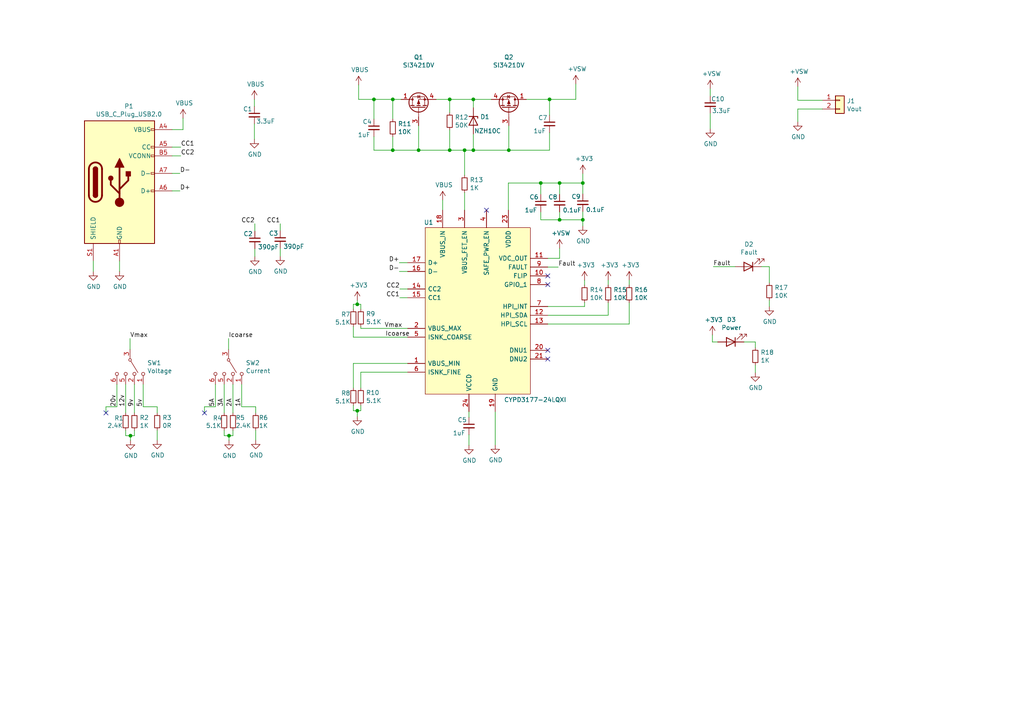
<source format=kicad_sch>
(kicad_sch (version 20211123) (generator eeschema)
  (paper "A4")
  (title_block (title "CatSink PD") (date "2020-10-24") (rev "v1.0") (company "Electronic Cats") (comment 1 "Eduardo Contreras"))
  (lib_symbols
    (symbol "CatSink-rescue:USB_C_Plug_USB2.0-Connector" (pin_names (offset 1.016))
      (property "Reference" "P" (at -10.16 19.05 0))
      (property "Value" "USB_C_Plug_USB2.0-Connector" (at 12.7 19.05 0))
      (symbol "USB_C_Plug_USB2.0-Connector_0_0"
        (rectangle (start -0.254 -17.78) (end 0.254 -16.764))
        (rectangle (start 10.16 -2.286) (end 9.144 -2.794))
        (rectangle (start 10.16 2.794) (end 9.144 2.286))
        (rectangle (start 10.16 7.874) (end 9.144 7.366))
        (rectangle (start 10.16 10.414) (end 9.144 9.906))
        (rectangle (start 10.16 15.494) (end 9.144 14.986))
      )
      (symbol "USB_C_Plug_USB2.0-Connector_0_1"
        (rectangle (start -10.16 17.78) (end 10.16 -17.78) (stroke (width 0.254)) (fill (type background)))
        (arc (start -8.89 -3.81) (mid -6.985 -5.715) (end -5.08 -3.81) (stroke (width 0.508)))
        (arc (start -7.62 -3.81) (mid -6.985 -4.445) (end -6.35 -3.81) (stroke (width 0.254)))
        (arc (start -7.62 -3.81) (mid -6.985 -4.445) (end -6.35 -3.81) (stroke (width 0.254)) (fill (type outline)))
        (rectangle (start -7.62 -3.81) (end -6.35 3.81) (stroke (width 0.254)) (fill (type outline)))
        (arc (start -6.35 3.81) (mid -6.985 4.445) (end -7.62 3.81) (stroke (width 0.254)))
        (arc (start -6.35 3.81) (mid -6.985 4.445) (end -7.62 3.81) (stroke (width 0.254)) (fill (type outline)))
        (arc (start -5.08 3.81) (mid -6.985 5.715) (end -8.89 3.81) (stroke (width 0.508)))
        (circle (center -2.54 1.143) (radius 0.635) (stroke (width 0.254)) (fill (type outline)))
        (circle (center 0 -5.842) (radius 1.27) (fill (type outline)))
        (polyline (pts (xy -8.89 -3.81) (xy -8.89 3.81)) (stroke (width 0.508)))
        (polyline (pts (xy -5.08 3.81) (xy -5.08 -3.81)) (stroke (width 0.508)))
        (polyline (pts (xy 0 -5.842) (xy 0 4.318)) (stroke (width 0.508)))
        (polyline (pts (xy 0 -3.302) (xy -2.54 -0.762) (xy -2.54 0.508)) (stroke (width 0.508)))
        (polyline (pts (xy 0 -2.032) (xy 2.54 0.508) (xy 2.54 1.778)) (stroke (width 0.508)))
        (polyline (pts (xy -1.27 4.318) (xy 0 6.858) (xy 1.27 4.318) (xy -1.27 4.318)) (stroke (width 0.254)) (fill (type outline)))
        (rectangle (start 1.905 1.778) (end 3.175 3.048) (stroke (width 0.254)) (fill (type outline)))
      )
      (symbol "USB_C_Plug_USB2.0-Connector_1_1"
        (pin power_in line (at 0 -22.86 90) (length 5.08) (name "GND") (number "A1"))
        (pin passive line (at 0 -22.86 90) (length 5.08) hide (name "GND") (number "A12"))
        (pin power_in line (at 15.24 15.24 180) (length 5.08) (name "VBUS") (number "A4"))
        (pin bidirectional line (at 15.24 10.16 180) (length 5.08) (name "CC") (number "A5"))
        (pin bidirectional line (at 15.24 -2.54 180) (length 5.08) (name "D+") (number "A6"))
        (pin bidirectional line (at 15.24 2.54 180) (length 5.08) (name "D-") (number "A7"))
        (pin passive line (at 15.24 15.24 180) (length 5.08) hide (name "VBUS") (number "A9"))
        (pin passive line (at 0 -22.86 90) (length 5.08) hide (name "GND") (number "B1"))
        (pin passive line (at 0 -22.86 90) (length 5.08) hide (name "GND") (number "B12"))
        (pin passive line (at 15.24 15.24 180) (length 5.08) hide (name "VBUS") (number "B4"))
        (pin bidirectional line (at 15.24 7.62 180) (length 5.08) (name "VCONN") (number "B5"))
        (pin passive line (at 15.24 15.24 180) (length 5.08) hide (name "VBUS") (number "B9"))
        (pin passive line (at -7.62 -22.86 90) (length 5.08) (name "SHIELD") (number "S1"))
      )
    )
    (symbol "Connector_Generic:Conn_01x02" (pin_names (offset 1.016) hide)
      (property "Reference" "J" (at 0 2.54 0))
      (property "Value" "Conn_01x02" (at 0 -5.08 0))
      (symbol "Conn_01x02_1_1"
        (rectangle (start -1.27 -2.413) (end 0 -2.667) (stroke (width 0.1524)))
        (rectangle (start -1.27 0.127) (end 0 -0.127) (stroke (width 0.1524)))
        (rectangle (start -1.27 1.27) (end 1.27 -3.81) (stroke (width 0.254)) (fill (type background)))
        (pin passive line (at -5.08 0 0) (length 3.81) (name "Pin_1") (number "1"))
        (pin passive line (at -5.08 -2.54 0) (length 3.81) (name "Pin_2") (number "2"))
      )
    )
    (symbol "Device:C_Small" (pin_numbers hide) (pin_names (offset 0.254) hide)
      (property "Reference" "C" (at 0.254 1.778 0))
      (property "Value" "C_Small" (at 0.254 -2.032 0))
      (symbol "C_Small_0_1"
        (polyline (pts (xy -1.524 -0.508) (xy 1.524 -0.508)) (stroke (width 0.3302)))
        (polyline (pts (xy -1.524 0.508) (xy 1.524 0.508)) (stroke (width 0.3048)))
      )
      (symbol "C_Small_1_1"
        (pin passive line (at 0 2.54 270) (length 2.032) (name "~") (number "1"))
        (pin passive line (at 0 -2.54 90) (length 2.032) (name "~") (number "2"))
      )
    )
    (symbol "Device:D_Zener" (pin_numbers hide) (pin_names (offset 1.016) hide)
      (property "Reference" "D" (at 0 2.54 0))
      (property "Value" "D_Zener" (at 0 -2.54 0))
      (symbol "D_Zener_0_1"
        (polyline (pts (xy 1.27 0) (xy -1.27 0)))
        (polyline (pts (xy -1.27 -1.27) (xy -1.27 1.27) (xy -0.762 1.27)) (stroke (width 0.254)))
        (polyline (pts (xy 1.27 -1.27) (xy 1.27 1.27) (xy -1.27 0) (xy 1.27 -1.27)) (stroke (width 0.254)))
      )
      (symbol "D_Zener_1_1"
        (pin passive line (at -3.81 0 0) (length 2.54) (name "K") (number "1"))
        (pin passive line (at 3.81 0 180) (length 2.54) (name "A") (number "2"))
      )
    )
    (symbol "Device:LED" (pin_numbers hide) (pin_names (offset 1.016) hide)
      (property "Reference" "D" (at 0 2.54 0))
      (property "Value" "LED" (at 0 -2.54 0))
      (symbol "LED_0_1"
        (polyline (pts (xy -1.27 -1.27) (xy -1.27 1.27)) (stroke (width 0.254)))
        (polyline (pts (xy -1.27 0) (xy 1.27 0)))
        (polyline (pts (xy 1.27 -1.27) (xy 1.27 1.27) (xy -1.27 0) (xy 1.27 -1.27)) (stroke (width 0.254)))
        (polyline (pts (xy -3.048 -0.762) (xy -4.572 -2.286) (xy -3.81 -2.286) (xy -4.572 -2.286) (xy -4.572 -1.524)))
        (polyline (pts (xy -1.778 -0.762) (xy -3.302 -2.286) (xy -2.54 -2.286) (xy -3.302 -2.286) (xy -3.302 -1.524)))
      )
      (symbol "LED_1_1"
        (pin passive line (at -3.81 0 0) (length 2.54) (name "K") (number "1"))
        (pin passive line (at 3.81 0 180) (length 2.54) (name "A") (number "2"))
      )
    )
    (symbol "Device:R_Small" (pin_numbers hide) (pin_names (offset 0.254) hide)
      (property "Reference" "R" (at 0.762 0.508 0))
      (property "Value" "R_Small" (at 0.762 -1.016 0))
      (symbol "R_Small_0_1"
        (rectangle (start -0.762 1.778) (end 0.762 -1.778) (stroke (width 0.2032)))
      )
      (symbol "R_Small_1_1"
        (pin passive line (at 0 2.54 270) (length 0.762) (name "~") (number "1"))
        (pin passive line (at 0 -2.54 90) (length 0.762) (name "~") (number "2"))
      )
    )
    (symbol "catSink:CYPD3177-24LQXI" (pin_names (offset 0.762))
      (property "Reference" "U" (at 36.83 17.78 0))
      (property "Value" "CYPD3177-24LQXI" (at 36.83 15.24 0))
      (symbol "CYPD3177-24LQXI_0_0"
        (pin passive line (at 0 -26.67 0) (length 5.08) (name "VBUS_MIN") (number "1"))
        (pin passive line (at 40.64 -1.27 180) (length 5.08) (name "FLIP") (number "10"))
        (pin passive line (at 40.64 3.81 180) (length 5.08) (name "VDC_OUT") (number "11"))
        (pin passive line (at 40.64 -12.7 180) (length 5.08) (name "HPI_SDA") (number "12"))
        (pin passive line (at 40.64 -15.24 180) (length 5.08) (name "HPI_SCL") (number "13"))
        (pin passive line (at 0 -5.08 0) (length 5.08) (name "CC2") (number "14"))
        (pin passive line (at 0 -7.62 0) (length 5.08) (name "CC1") (number "15"))
        (pin passive line (at 0 0 0) (length 5.08) (name "D-") (number "16"))
        (pin passive line (at 0 2.54 0) (length 5.08) (name "D+") (number "17"))
        (pin passive line (at 10.16 17.78 270) (length 5.08) (name "VBUS_IN") (number "18"))
        (pin passive line (at 25.4 -40.64 90) (length 5.08) (name "GND") (number "19"))
        (pin passive line (at 0 -16.51 0) (length 5.08) (name "VBUS_MAX") (number "2"))
        (pin passive line (at 40.64 -22.86 180) (length 5.08) (name "DNU1") (number "20"))
        (pin passive line (at 40.64 -25.4 180) (length 5.08) (name "DNU2") (number "21"))
        (pin passive line (at 25.4 -40.64 90) (length 5.08) hide (name "GND_2") (number "22"))
        (pin passive line (at 29.21 17.78 270) (length 5.08) (name "VDDD") (number "23"))
        (pin passive line (at 17.78 -40.64 90) (length 5.08) (name "VCCD") (number "24"))
        (pin passive line (at 25.4 -40.64 90) (length 5.08) hide (name "EP") (number "25"))
        (pin passive line (at 16.51 17.78 270) (length 5.08) (name "VBUS_FET_EN") (number "3"))
        (pin passive line (at 22.86 17.78 270) (length 5.08) (name "SAFE_PWR_EN") (number "4"))
        (pin passive line (at 0 -19.05 0) (length 5.08) (name "ISNK_COARSE") (number "5"))
        (pin passive line (at 0 -29.21 0) (length 5.08) (name "ISNK_FINE") (number "6"))
        (pin passive line (at 40.64 -10.16 180) (length 5.08) (name "HPI_INT") (number "7"))
        (pin passive line (at 40.64 -3.81 180) (length 5.08) (name "GPIO_1") (number "8"))
        (pin passive line (at 40.64 1.27 180) (length 5.08) (name "FAULT") (number "9"))
      )
      (symbol "CYPD3177-24LQXI_0_1"
        (rectangle (start 5.08 12.7) (end 35.56 -35.56) (stroke (width 0.1524)) (fill (type background)))
      )
    )
    (symbol "catSink:SI3421DV" (pin_names (offset 0) hide)
      (property "Reference" "Q" (at 2.54 7.62 0))
      (property "Value" "SI3421DV" (at 1.27 2.54 0))
      (symbol "SI3421DV_0_1"
        (circle (center -1.778 0) (radius 0.254) (fill (type outline)))
        (circle (center 0 -0.889) (radius 2.794) (stroke (width 0.254)))
        (polyline (pts (xy -2.54 0) (xy -1.778 0)))
        (polyline (pts (xy -2.286 -1.778) (xy -1.27 -1.778)) (stroke (width 0.254)))
        (polyline (pts (xy -1.905 -2.286) (xy 1.905 -2.286)) (stroke (width 0.254)))
        (polyline (pts (xy -0.508 -1.778) (xy 0.508 -1.778)) (stroke (width 0.254)))
        (polyline (pts (xy 0 -2.286) (xy 0 -5.08)))
        (polyline (pts (xy 1.27 -1.778) (xy 2.286 -1.778)) (stroke (width 0.254)))
        (polyline (pts (xy 2.54 0) (xy 0 0) (xy 0 -1.778)))
        (polyline (pts (xy -1.778 -1.778) (xy -1.778 0.762) (xy 1.778 0.762) (xy 1.778 -1.778)))
        (polyline (pts (xy 0 -0.254) (xy -0.381 -1.27) (xy 0.381 -1.27) (xy 0 -0.254)) (fill (type outline)))
        (polyline (pts (xy 0.381 0.762) (xy -0.254 0.381) (xy -0.254 1.143) (xy 0.381 0.762)))
        (polyline (pts (xy 0.508 0.254) (xy 0.381 0.381) (xy 0.381 1.143) (xy 0.254 1.27)))
        (circle (center 1.778 0) (radius 0.254) (fill (type outline)))
      )
      (symbol "SI3421DV_1_1"
        (pin passive line (at -5.08 0 0) (length 2.54) (name "D") (number "1"))
        (pin passive line (at -5.08 0 0) (length 2.54) hide (name "D1") (number "2"))
        (pin input line (at 0 -7.62 90) (length 2.54) (name "G") (number "3"))
        (pin passive line (at 5.08 0 180) (length 2.54) (name "S") (number "4"))
        (pin passive line (at -5.08 0 0) (length 2.54) hide (name "D2") (number "5"))
        (pin passive line (at -5.08 0 0) (length 2.54) hide (name "D3") (number "6"))
      )
    )
    (symbol "catSink:SW_SP4T" (pin_names (offset 0) hide)
      (property "Reference" "SW" (at 0 5.08 0))
      (property "Value" "SW_SP4T" (at -8.89 -5.08 0))
      (symbol "SW_SP4T_0_0"
        (pin passive line (at -5.08 0 0) (length 2.54) hide (name "4") (number "4"))
        (pin passive line (at 5.08 -3.81 180) (length 2.54) (name "6") (number "6"))
      )
      (symbol "SW_SP4T_0_1"
        (circle (center -2.032 0) (radius 0.381) (stroke (width 0.1524)))
        (polyline (pts (xy -1.651 0.254) (xy 1.651 2.286)))
        (circle (center 2.032 -3.81) (radius 0.4572))
        (circle (center 2.032 -1.27) (radius 0.4572))
        (circle (center 2.032 1.27) (radius 0.4572))
        (circle (center 2.032 3.81) (radius 0.4572))
      )
      (symbol "SW_SP4T_1_1"
        (pin passive line (at 5.08 3.81 180) (length 2.54) (name "1") (number "1"))
        (pin passive line (at 5.08 1.27 180) (length 2.54) (name "2") (number "2"))
        (pin passive line (at -5.08 0 0) (length 2.54) (name "3") (number "3"))
        (pin passive line (at 5.08 -1.27 180) (length 2.54) (name "5") (number "5"))
      )
    )
    (symbol "power:+3.3V" (power) (pin_names (offset 0))
      (property "Value" "+3.3V" (at 0 3.556 0))
      (symbol "+3.3V_0_1"
        (polyline (pts (xy -0.762 1.27) (xy 0 2.54)))
        (polyline (pts (xy 0 0) (xy 0 2.54)))
        (polyline (pts (xy 0 2.54) (xy 0.762 1.27)))
      )
      (symbol "+3.3V_1_1"
        (pin power_in line (at 0 0 90) (length 0) hide (name "+3V3") (number "1"))
      )
    )
    (symbol "power:+VSW" (power) (pin_names (offset 0))
      (property "Value" "+VSW" (at 0 3.556 0))
      (symbol "+VSW_0_1"
        (polyline (pts (xy -0.762 1.27) (xy 0 2.54)))
        (polyline (pts (xy 0 0) (xy 0 2.54)))
        (polyline (pts (xy 0 2.54) (xy 0.762 1.27)))
      )
      (symbol "+VSW_1_1"
        (pin power_in line (at 0 0 90) (length 0) hide (name "+VSW") (number "1"))
      )
    )
    (symbol "power:GND" (power) (pin_names (offset 0))
      (property "Value" "GND" (at 0 -3.81 0))
      (symbol "GND_0_1"
        (polyline (pts (xy 0 0) (xy 0 -1.27) (xy 1.27 -1.27) (xy 0 -2.54) (xy -1.27 -1.27) (xy 0 -1.27)))
      )
      (symbol "GND_1_1"
        (pin power_in line (at 0 0 270) (length 0) hide (name "GND") (number "1"))
      )
    )
    (symbol "power:VBUS" (power) (pin_names (offset 0))
      (property "Value" "VBUS" (at 0 3.81 0))
      (symbol "VBUS_0_1"
        (polyline (pts (xy -0.762 1.27) (xy 0 2.54)))
        (polyline (pts (xy 0 0) (xy 0 2.54)))
        (polyline (pts (xy 0 2.54) (xy 0.762 1.27)))
      )
      (symbol "VBUS_1_1"
        (pin power_in line (at 0 0 90) (length 0) hide (name "VBUS") (number "1"))
      )
    )
  )
  (junction (at 169.037 53.086))
  (junction (at 130.429 28.829))
  (junction (at 130.429 43.561))
  (junction (at 159.385 28.829))
  (junction (at 147.574 43.561))
  (junction (at 103.632 88.265))
  (junction (at 162.306 53.086))
  (junction (at 108.458 28.829))
  (junction (at 103.632 119.126))
  (junction (at 134.747 43.561))
  (junction (at 66.421 126.365))
  (junction (at 169.037 63.754))
  (junction (at 137.287 43.561))
  (junction (at 162.306 63.754))
  (junction (at 37.846 126.365))
  (junction (at 113.919 28.829))
  (junction (at 137.287 28.829))
  (junction (at 156.845 53.086))
  (junction (at 113.919 43.561))
  (junction (at 121.412 43.561))
  (no_connect (at 158.877 82.55))
  (no_connect (at 30.734 119.761))
  (no_connect (at 158.877 104.14))
  (no_connect (at 158.877 80.01))
  (no_connect (at 158.877 101.6))
  (no_connect (at 141.097 60.96))
  (no_connect (at 59.309 119.761))
  (wire (pts (xy 66.294 101.346) (xy 66.294 98.171)))
  (wire (pts (xy 162.306 63.754) (xy 169.037 63.754)))
  (wire (pts (xy 118.237 95.25) (xy 104.648 95.25)))
  (wire (pts (xy 73.787 28.829) (xy 73.787 30.861)))
  (wire (pts (xy 53.086 37.592) (xy 49.911 37.592)))
  (wire (pts (xy 108.458 39.624) (xy 108.458 43.561)))
  (wire (pts (xy 231.394 35.306) (xy 231.394 31.623)))
  (wire (pts (xy 147.574 43.561) (xy 147.574 36.449)))
  (wire (pts (xy 130.429 28.829) (xy 137.287 28.829)))
  (wire (pts (xy 52.451 42.672) (xy 49.911 42.672)))
  (wire (pts (xy 34.671 78.74) (xy 34.671 75.692)))
  (wire (pts (xy 167.005 24.384) (xy 167.005 28.829)))
  (wire (pts (xy 156.845 56.388) (xy 156.845 53.086)))
  (wire (pts (xy 53.086 34.29) (xy 53.086 37.592)))
  (wire (pts (xy 219.075 99.187) (xy 219.075 100.838)))
  (wire (pts (xy 137.287 31.242) (xy 137.287 28.829)))
  (wire (pts (xy 182.499 93.98) (xy 158.877 93.98)))
  (wire (pts (xy 169.037 53.086) (xy 169.037 56.261)))
  (wire (pts (xy 103.632 119.126) (xy 104.648 119.126)))
  (wire (pts (xy 182.499 81.28) (xy 182.499 82.677)))
  (wire (pts (xy 104.648 95.25) (xy 104.648 94.742)))
  (wire (pts (xy 169.037 65.532) (xy 169.037 63.754)))
  (wire (pts (xy 231.394 29.083) (xy 231.394 25.146)))
  (wire (pts (xy 108.458 28.829) (xy 113.919 28.829)))
  (wire (pts (xy 27.051 78.74) (xy 27.051 75.692)))
  (wire (pts (xy 159.385 43.561) (xy 147.574 43.561)))
  (wire (pts (xy 74.168 117.983) (xy 70.104 117.983)))
  (wire (pts (xy 49.911 45.212) (xy 52.451 45.212)))
  (wire (pts (xy 37.846 126.365) (xy 36.449 126.365)))
  (wire (pts (xy 45.593 127.635) (xy 45.593 124.841)))
  (wire (pts (xy 231.394 31.623) (xy 238.506 31.623)))
  (wire (pts (xy 67.564 126.365) (xy 67.564 124.841)))
  (wire (pts (xy 45.593 117.983) (xy 41.529 117.983)))
  (wire (pts (xy 102.489 97.79) (xy 102.489 94.742)))
  (wire (pts (xy 104.648 89.662) (xy 104.648 88.265)))
  (wire (pts (xy 137.287 43.561) (xy 147.574 43.561)))
  (wire (pts (xy 104.648 112.522) (xy 104.648 107.95)))
  (wire (pts (xy 118.237 105.41) (xy 102.489 105.41)))
  (wire (pts (xy 66.421 127.762) (xy 66.421 126.365)))
  (wire (pts (xy 130.429 37.719) (xy 130.429 43.561)))
  (wire (pts (xy 102.489 119.126) (xy 103.632 119.126)))
  (wire (pts (xy 118.237 76.2) (xy 115.824 76.2)))
  (wire (pts (xy 162.306 61.468) (xy 162.306 63.754)))
  (wire (pts (xy 208.153 99.187) (xy 206.629 99.187)))
  (wire (pts (xy 152.654 28.829) (xy 159.385 28.829)))
  (wire (pts (xy 104.013 28.829) (xy 104.013 24.638)))
  (wire (pts (xy 52.197 50.292) (xy 49.911 50.292)))
  (wire (pts (xy 223.139 82.042) (xy 223.139 77.343)))
  (wire (pts (xy 118.237 97.79) (xy 102.489 97.79)))
  (wire (pts (xy 130.429 43.561) (xy 134.747 43.561)))
  (wire (pts (xy 130.429 32.639) (xy 130.429 28.829)))
  (wire (pts (xy 169.545 81.28) (xy 169.545 82.677)))
  (wire (pts (xy 159.385 38.481) (xy 159.385 43.561)))
  (wire (pts (xy 66.421 126.365) (xy 67.564 126.365)))
  (wire (pts (xy 65.024 119.761) (xy 65.024 111.506)))
  (wire (pts (xy 38.989 126.365) (xy 38.989 124.841)))
  (wire (pts (xy 102.489 117.602) (xy 102.489 119.126)))
  (wire (pts (xy 137.287 38.862) (xy 137.287 43.561)))
  (wire (pts (xy 81.28 74.295) (xy 81.28 72.009)))
  (wire (pts (xy 108.458 43.561) (xy 113.919 43.561)))
  (wire (pts (xy 113.919 39.624) (xy 113.919 43.561)))
  (wire (pts (xy 143.637 119.38) (xy 143.637 129.032)))
  (wire (pts (xy 73.914 64.897) (xy 73.914 67.056)))
  (wire (pts (xy 103.632 87.122) (xy 103.632 88.265)))
  (wire (pts (xy 158.877 88.9) (xy 169.545 88.9)))
  (wire (pts (xy 102.489 88.265) (xy 102.489 89.662)))
  (wire (pts (xy 238.506 29.083) (xy 231.394 29.083)))
  (wire (pts (xy 162.306 56.388) (xy 162.306 53.086)))
  (wire (pts (xy 159.385 28.829) (xy 167.005 28.829)))
  (wire (pts (xy 115.951 83.82) (xy 118.237 83.82)))
  (wire (pts (xy 59.309 119.761) (xy 59.309 117.983)))
  (wire (pts (xy 206.883 77.343) (xy 213.233 77.343)))
  (wire (pts (xy 36.449 119.761) (xy 36.449 111.506)))
  (wire (pts (xy 52.197 55.372) (xy 49.911 55.372)))
  (wire (pts (xy 30.734 119.761) (xy 30.734 117.983)))
  (wire (pts (xy 159.385 33.401) (xy 159.385 28.829)))
  (wire (pts (xy 103.632 88.265) (xy 102.489 88.265)))
  (wire (pts (xy 104.648 107.95) (xy 118.237 107.95)))
  (wire (pts (xy 59.309 117.983) (xy 62.484 117.983)))
  (wire (pts (xy 134.747 55.88) (xy 134.747 60.96)))
  (wire (pts (xy 66.421 126.365) (xy 65.024 126.365)))
  (wire (pts (xy 45.593 119.761) (xy 45.593 117.983)))
  (wire (pts (xy 136.017 121.031) (xy 136.017 119.38)))
  (wire (pts (xy 137.287 28.829) (xy 142.494 28.829)))
  (wire (pts (xy 104.648 88.265) (xy 103.632 88.265)))
  (wire (pts (xy 182.499 87.757) (xy 182.499 93.98)))
  (wire (pts (xy 162.306 74.93) (xy 162.306 72.009)))
  (wire (pts (xy 156.845 63.754) (xy 162.306 63.754)))
  (wire (pts (xy 121.412 36.449) (xy 121.412 43.561)))
  (wire (pts (xy 70.104 111.506) (xy 70.104 117.983)))
  (wire (pts (xy 73.914 74.422) (xy 73.914 72.136)))
  (wire (pts (xy 73.787 35.941) (xy 73.787 40.386)))
  (wire (pts (xy 67.564 119.761) (xy 67.564 111.506)))
  (wire (pts (xy 134.747 43.561) (xy 134.747 50.8)))
  (wire (pts (xy 37.719 98.171) (xy 37.719 101.346)))
  (wire (pts (xy 104.013 28.829) (xy 108.458 28.829)))
  (wire (pts (xy 103.632 120.777) (xy 103.632 119.126)))
  (wire (pts (xy 115.824 78.74) (xy 118.237 78.74)))
  (wire (pts (xy 215.773 99.187) (xy 219.075 99.187)))
  (wire (pts (xy 118.237 86.36) (xy 115.951 86.36)))
  (wire (pts (xy 205.994 25.781) (xy 205.994 27.813)))
  (wire (pts (xy 128.397 58.039) (xy 128.397 60.96)))
  (wire (pts (xy 113.919 34.544) (xy 113.919 28.829)))
  (wire (pts (xy 206.629 99.187) (xy 206.629 97.155)))
  (wire (pts (xy 156.845 53.086) (xy 162.306 53.086)))
  (wire (pts (xy 147.447 60.96) (xy 147.447 53.086)))
  (wire (pts (xy 65.024 126.365) (xy 65.024 124.841)))
  (wire (pts (xy 81.28 64.897) (xy 81.28 66.929)))
  (wire (pts (xy 108.458 34.544) (xy 108.458 28.829)))
  (wire (pts (xy 147.447 53.086) (xy 156.845 53.086)))
  (wire (pts (xy 156.845 61.468) (xy 156.845 63.754)))
  (wire (pts (xy 158.877 74.93) (xy 162.306 74.93)))
  (wire (pts (xy 74.168 127.635) (xy 74.168 124.841)))
  (wire (pts (xy 74.168 119.761) (xy 74.168 117.983)))
  (wire (pts (xy 219.075 105.918) (xy 219.075 108.077)))
  (wire (pts (xy 176.403 91.44) (xy 176.403 87.757)))
  (wire (pts (xy 102.489 105.41) (xy 102.489 112.522)))
  (wire (pts (xy 169.037 63.754) (xy 169.037 61.341)))
  (wire (pts (xy 37.846 127.762) (xy 37.846 126.365)))
  (wire (pts (xy 161.925 77.47) (xy 158.877 77.47)))
  (wire (pts (xy 223.139 77.343) (xy 220.853 77.343)))
  (wire (pts (xy 113.919 43.561) (xy 121.412 43.561)))
  (wire (pts (xy 62.484 117.983) (xy 62.484 111.506)))
  (wire (pts (xy 36.449 126.365) (xy 36.449 124.841)))
  (wire (pts (xy 169.545 88.9) (xy 169.545 87.757)))
  (wire (pts (xy 162.306 53.086) (xy 169.037 53.086)))
  (wire (pts (xy 113.919 28.829) (xy 116.332 28.829)))
  (wire (pts (xy 126.492 28.829) (xy 130.429 28.829)))
  (wire (pts (xy 169.037 50.419) (xy 169.037 53.086)))
  (wire (pts (xy 134.747 43.561) (xy 137.287 43.561)))
  (wire (pts (xy 37.846 126.365) (xy 38.989 126.365)))
  (wire (pts (xy 104.648 119.126) (xy 104.648 117.602)))
  (wire (pts (xy 223.139 87.122) (xy 223.139 88.9)))
  (wire (pts (xy 41.529 111.506) (xy 41.529 117.983)))
  (wire (pts (xy 136.017 129.159) (xy 136.017 126.111)))
  (wire (pts (xy 30.734 117.983) (xy 33.909 117.983)))
  (wire (pts (xy 121.412 43.561) (xy 130.429 43.561)))
  (wire (pts (xy 205.994 32.893) (xy 205.994 37.338)))
  (wire (pts (xy 176.403 81.28) (xy 176.403 82.677)))
  (wire (pts (xy 38.989 119.761) (xy 38.989 111.506)))
  (wire (pts (xy 33.909 117.983) (xy 33.909 111.506)))
  (wire (pts (xy 158.877 91.44) (xy 176.403 91.44)))
  (label "Vmax" (at 37.719 98.171 0))
  (label "2A" (at 67.564 117.983 90))
  (label "9v" (at 38.989 117.983 90))
  (label "1A" (at 70.104 117.983 90))
  (label "5v" (at 41.529 117.983 90))
  (label "D+" (at 115.824 76.2 180))
  (label "CC1" (at 52.451 42.672 0))
  (label "CC1" (at 81.28 64.897 180))
  (label "D-" (at 115.824 78.74 180))
  (label "20v" (at 33.909 117.983 90))
  (label "D-" (at 52.197 50.292 0))
  (label "Fault" (at 161.925 77.47 0))
  (label "CC1" (at 115.951 86.36 180))
  (label "D+" (at 52.197 55.372 0))
  (label "Fault" (at 206.883 77.343 0))
  (label "Vmax" (at 111.506 95.25 0))
  (label "CC2" (at 52.451 45.212 0))
  (label "Icoarse" (at 111.76 97.79 0))
  (label "CC2" (at 115.951 83.82 180))
  (label "3A" (at 65.024 117.983 90))
  (label "12v" (at 36.449 117.983 90))
  (label "Icoarse" (at 66.294 98.171 0))
  (label "5A" (at 62.484 117.983 90))
  (label "CC2" (at 73.914 64.897 180))
  (symbol (lib_id "catSink:CYPD3177-24LQXI") (at 118.237 78.74 0) (unit 1)
    (property "Reference" "U1" (at 122.936 64.516 0) (effects (justify left)))
    (property "Value" "CYPD3177-24LQXI" (at 146.177 115.951 0) (effects (justify left)))
    (property "Footprint" "Package_DFN_QFN:QFN-24-1EP_4x4mm_P0.5mm_EP2.7x2.7mm" (effects hide))
    (property "Datasheet" "https://www.cypress.com/file/460416/download" (effects hide))
    (property "manf#" "CYPD3177-24LQXQ" (effects hide))
  )
  (symbol (lib_id "catSink:SI3421DV") (at 121.412 28.829 0) (unit 1)
    (property "Reference" "Q1" (at 121.412 16.6116 0))
    (property "Value" "SI3421DV" (at 121.412 18.923 0))
    (property "Footprint" "Package_TO_SOT_SMD:SOT-23-6" (effects hide))
    (property "Datasheet" "https://www.mouser.mx/datasheet/2/427/si3421dv-1764435.pdf" (effects hide))
    (property "manf#" "SI3421DV-T1-GE3" (effects hide))
    (property "lcsc" "C144884" (effects hide))
  )
  (symbol (lib_id "catSink:SI3421DV") (at 147.574 28.829 0) (mirror y) (unit 1)
    (property "Reference" "Q2" (at 147.574 16.6116 0))
    (property "Value" "SI3421DV" (at 147.574 18.923 0))
    (property "Footprint" "Package_TO_SOT_SMD:SOT-23-6" (effects hide))
    (property "Datasheet" "https://www.mouser.mx/datasheet/2/427/si3421dv-1764435.pdf" (effects hide))
    (property "manf#" "SI3421DV-T1-GE3" (effects hide))
    (property "lcsc" "C144884" (effects hide))
  )
  (symbol (lib_id "CatSink-rescue:USB_C_Plug_USB2.0-Connector") (at 34.671 52.832 0) (unit 1)
    (property "Reference" "P1" (at 37.3888 30.8102 0))
    (property "Value" "USB_C_Plug_USB2.0" (at 37.3888 33.1216 0))
    (property "Footprint" "Connectors:C393939" (effects hide))
    (property "Datasheet" "https://www.usb.org/sites/default/files/documents/usb_type-c.zip" (effects hide))
    (property "lcsc" "C393939" (effects hide))
  )
  (symbol (lib_id "power:GND") (at 34.671 78.74 0) (unit 1)
    (property "Reference" "#PWR02" (effects hide))
    (property "Value" "GND" (at 34.798 83.1342 0))
  )
  (symbol (lib_id "power:GND") (at 27.051 78.74 0) (unit 1)
    (property "Reference" "#PWR01" (effects hide))
    (property "Value" "GND" (at 27.178 83.1342 0))
  )
  (symbol (lib_id "power:GND") (at 143.637 129.032 0) (unit 1)
    (property "Reference" "#PWR017" (effects hide))
    (property "Value" "GND" (at 143.764 133.4262 0))
  )
  (symbol (lib_id "Device:C_Small") (at 136.017 123.571 0) (unit 1)
    (property "Reference" "C5" (at 132.715 121.793 0) (effects (justify left)))
    (property "Value" "1uF" (at 131.318 125.603 0) (effects (justify left)))
    (property "Footprint" "Capacitor_SMD:C_0603_1608Metric" (effects hide))
    (property "lcsc" "C26413" (effects hide))
  )
  (symbol (lib_id "power:GND") (at 136.017 129.159 0) (unit 1)
    (property "Reference" "#PWR016" (effects hide))
    (property "Value" "GND" (at 136.144 133.5532 0))
  )
  (symbol (lib_id "Device:C_Small") (at 156.845 58.928 0) (unit 1)
    (property "Reference" "C6" (at 153.543 57.15 0) (effects (justify left)))
    (property "Value" "1uF" (at 152.146 60.96 0) (effects (justify left)))
    (property "Footprint" "Capacitor_SMD:C_0603_1608Metric" (effects hide))
    (property "lcsc" "C26413" (effects hide))
  )
  (symbol (lib_id "Device:C_Small") (at 162.306 58.928 0) (unit 1)
    (property "Reference" "C8" (at 159.004 57.15 0) (effects (justify left)))
    (property "Value" "0.1uF" (at 163.195 60.96 0) (effects (justify left)))
    (property "Footprint" "Capacitor_SMD:C_0603_1608Metric" (effects hide))
    (property "lcsc" "C149620" (effects hide))
  )
  (symbol (lib_id "Device:C_Small") (at 169.037 58.801 0) (unit 1)
    (property "Reference" "C9" (at 165.735 57.023 0) (effects (justify left)))
    (property "Value" "0.1uF" (at 169.926 60.833 0) (effects (justify left)))
    (property "Footprint" "Capacitor_SMD:C_0603_1608Metric" (effects hide))
    (property "lcsc" "C149620" (effects hide))
  )
  (symbol (lib_id "Device:R_Small") (at 134.747 53.34 0) (unit 1)
    (property "Reference" "R13" (at 136.2456 52.1716 0) (effects (justify left)))
    (property "Value" "1K" (at 136.2456 54.483 0) (effects (justify left)))
    (property "Footprint" "Resistor_SMD:R_0603_1608Metric" (effects hide))
    (property "lcsc" "C115325" (effects hide))
  )
  (symbol (lib_id "power:VBUS") (at 53.086 34.29 0) (unit 1)
    (property "Reference" "#PWR05" (effects hide))
    (property "Value" "VBUS" (at 53.467 29.8958 0))
  )
  (symbol (lib_id "power:VBUS") (at 104.013 24.638 0) (unit 1)
    (property "Reference" "#PWR014" (effects hide))
    (property "Value" "VBUS" (at 104.394 20.2438 0))
  )
  (symbol (lib_id "Device:C_Small") (at 81.28 69.469 0) (unit 1)
    (property "Reference" "C3" (at 77.978 67.691 0) (effects (justify left)))
    (property "Value" "390pF" (at 82.169 71.501 0) (effects (justify left)))
    (property "Footprint" "Capacitor_SMD:C_0603_1608Metric" (effects hide))
    (property "lcsc" "C376830" (effects hide))
  )
  (symbol (lib_id "Device:C_Small") (at 73.914 69.596 0) (unit 1)
    (property "Reference" "C2" (at 70.612 67.818 0) (effects (justify left)))
    (property "Value" "390pF" (at 74.803 71.628 0) (effects (justify left)))
    (property "Footprint" "Capacitor_SMD:C_0603_1608Metric" (effects hide))
    (property "lcsc" "C376830" (effects hide))
  )
  (symbol (lib_id "power:GND") (at 81.28 74.295 0) (unit 1)
    (property "Reference" "#PWR011" (effects hide))
    (property "Value" "GND" (at 81.407 78.6892 0))
  )
  (symbol (lib_id "power:GND") (at 73.914 74.422 0) (unit 1)
    (property "Reference" "#PWR09" (effects hide))
    (property "Value" "GND" (at 74.041 78.8162 0))
  )
  (symbol (lib_id "Device:R_Small") (at 219.075 103.378 0) (unit 1)
    (property "Reference" "R18" (at 220.5736 102.2096 0) (effects (justify left)))
    (property "Value" "1K" (at 220.5736 104.521 0) (effects (justify left)))
    (property "Footprint" "Resistor_SMD:R_0603_1608Metric" (effects hide))
    (property "lcsc" "C115325" (effects hide))
  )
  (symbol (lib_id "Device:LED") (at 211.963 99.187 180) (unit 1)
    (property "Reference" "D3" (at 212.1408 92.71 0))
    (property "Value" "Power" (at 212.1408 95.0214 0))
    (property "Footprint" "LED_SMD:LED_0603_1608Metric" (effects hide))
    (property "lcsc" "C118330" (effects hide))
  )
  (symbol (lib_id "Device:D_Zener") (at 137.287 35.052 270) (unit 1)
    (property "Reference" "D1" (at 139.2936 33.8836 90) (effects (justify left)))
    (property "Value" "NZH10C" (at 137.541 37.973 90) (effects (justify left)))
    (property "Footprint" "Diode_SMD:D_SOD-123F" (effects hide))
    (property "manf#" "NZH10C,115" (effects hide))
    (property "lcsc" "C551630" (effects hide))
  )
  (symbol (lib_id "Device:R_Small") (at 130.429 35.179 0) (unit 1)
    (property "Reference" "R12" (at 131.9276 34.0106 0) (effects (justify left)))
    (property "Value" "50K" (at 131.9276 36.322 0) (effects (justify left)))
    (property "Footprint" "Resistor_SMD:R_0603_1608Metric" (effects hide))
    (property "lcsc" "C304067" (effects hide))
  )
  (symbol (lib_id "power:GND") (at 219.075 108.077 0) (unit 1)
    (property "Reference" "#PWR0101" (effects hide))
    (property "Value" "GND" (at 219.202 112.4712 0))
  )
  (symbol (lib_id "power:+3.3V") (at 169.037 50.419 0) (unit 1)
    (property "Reference" "#PWR020" (effects hide))
    (property "Value" "+3.3V" (at 169.418 46.0248 0))
  )
  (symbol (lib_id "power:GND") (at 169.037 65.532 0) (unit 1)
    (property "Reference" "#PWR021" (effects hide))
    (property "Value" "GND" (at 169.164 69.9262 0))
  )
  (symbol (lib_id "power:+VSW") (at 162.306 72.009 0) (unit 1)
    (property "Reference" "#PWR018" (effects hide))
    (property "Value" "+VSW" (at 162.687 67.6148 0))
  )
  (symbol (lib_id "power:+VSW") (at 167.005 24.384 0) (unit 1)
    (property "Reference" "#PWR019" (effects hide))
    (property "Value" "+VSW" (at 167.386 19.9898 0))
  )
  (symbol (lib_id "power:+3.3V") (at 206.629 97.155 0) (unit 1)
    (property "Reference" "#PWR0102" (effects hide))
    (property "Value" "+3.3V" (at 207.01 92.7608 0))
  )
  (symbol (lib_id "Device:R_Small") (at 113.919 37.084 0) (unit 1)
    (property "Reference" "R11" (at 115.4176 35.9156 0) (effects (justify left)))
    (property "Value" "10K" (at 115.4176 38.227 0) (effects (justify left)))
    (property "Footprint" "Resistor_SMD:R_0603_1608Metric" (effects hide))
    (property "lcsc" "C99198" (effects hide))
  )
  (symbol (lib_id "Device:C_Small") (at 108.458 37.084 0) (unit 1)
    (property "Reference" "C4" (at 105.156 35.306 0) (effects (justify left)))
    (property "Value" "1uF" (at 103.759 39.116 0) (effects (justify left)))
    (property "Footprint" "Capacitor_SMD:C_0603_1608Metric" (effects hide))
    (property "lcsc" "C26413" (effects hide))
  )
  (symbol (lib_id "Device:C_Small") (at 159.385 35.941 0) (unit 1)
    (property "Reference" "C7" (at 156.083 34.163 0) (effects (justify left)))
    (property "Value" "1uF" (at 154.686 37.973 0) (effects (justify left)))
    (property "Footprint" "Capacitor_SMD:C_0603_1608Metric" (effects hide))
    (property "lcsc" "C26413" (effects hide))
  )
  (symbol (lib_id "Connector_Generic:Conn_01x02") (at 243.586 29.083 0) (unit 1)
    (property "Reference" "J1" (at 245.618 29.2862 0) (effects (justify left)))
    (property "Value" "Vout" (at 245.618 31.5976 0) (effects (justify left)))
    (property "Footprint" "TerminalBlock:TerminalBlock_bornier-2_P5.08mm" (effects hide))
  )
  (symbol (lib_id "power:+VSW") (at 231.394 25.146 0) (unit 1)
    (property "Reference" "#PWR028" (effects hide))
    (property "Value" "+VSW" (at 231.775 20.7518 0))
  )
  (symbol (lib_id "power:GND") (at 231.394 35.306 0) (unit 1)
    (property "Reference" "#PWR029" (effects hide))
    (property "Value" "GND" (at 231.521 39.7002 0))
  )
  (symbol (lib_id "Device:R_Small") (at 104.648 92.202 0) (unit 1)
    (property "Reference" "R9" (at 106.1466 91.0336 0) (effects (justify left)))
    (property "Value" "5.1K" (at 106.1466 93.345 0) (effects (justify left)))
    (property "Footprint" "Resistor_SMD:R_0603_1608Metric" (effects hide))
    (property "lcsc" "C131715" (effects hide))
  )
  (symbol (lib_id "Device:R_Small") (at 102.489 92.202 0) (unit 1)
    (property "Reference" "R7" (at 98.933 91.186 0) (effects (justify left)))
    (property "Value" "5.1K" (at 97.155 93.472 0) (effects (justify left)))
    (property "Footprint" "Resistor_SMD:R_0603_1608Metric" (effects hide))
    (property "lcsc" "C131715" (effects hide))
  )
  (symbol (lib_id "Device:R_Small") (at 104.648 115.062 0) (unit 1)
    (property "Reference" "R10" (at 106.1466 113.8936 0) (effects (justify left)))
    (property "Value" "5.1K" (at 106.1466 116.205 0) (effects (justify left)))
    (property "Footprint" "Resistor_SMD:R_0603_1608Metric" (effects hide))
    (property "lcsc" "C131715" (effects hide))
  )
  (symbol (lib_id "Device:R_Small") (at 102.489 115.062 0) (unit 1)
    (property "Reference" "R8" (at 98.933 114.046 0) (effects (justify left)))
    (property "Value" "5.1K" (at 97.155 116.332 0) (effects (justify left)))
    (property "Footprint" "Resistor_SMD:R_0603_1608Metric" (effects hide))
    (property "lcsc" "C131715" (effects hide))
  )
  (symbol (lib_id "power:+3.3V") (at 103.632 87.122 0) (unit 1)
    (property "Reference" "#PWR012" (effects hide))
    (property "Value" "+3.3V" (at 104.013 82.7278 0))
  )
  (symbol (lib_id "power:GND") (at 103.632 120.777 0) (unit 1)
    (property "Reference" "#PWR013" (effects hide))
    (property "Value" "GND" (at 103.759 125.1712 0))
  )
  (symbol (lib_id "Device:C_Small") (at 73.787 33.401 0) (unit 1)
    (property "Reference" "C1" (at 70.485 31.623 0) (effects (justify left)))
    (property "Value" "3.3uF" (at 74.295 35.179 0) (effects (justify left)))
    (property "Footprint" "Capacitor_SMD:C_1206_3216Metric" (effects hide))
    (property "lcsc" "C76663" (effects hide))
  )
  (symbol (lib_id "power:VBUS") (at 73.787 28.829 0) (unit 1)
    (property "Reference" "#PWR07" (effects hide))
    (property "Value" "VBUS" (at 74.168 24.4348 0))
  )
  (symbol (lib_id "power:GND") (at 73.787 40.386 0) (unit 1)
    (property "Reference" "#PWR08" (effects hide))
    (property "Value" "GND" (at 73.914 44.7802 0))
  )
  (symbol (lib_id "power:VBUS") (at 128.397 58.039 0) (unit 1)
    (property "Reference" "#PWR015" (effects hide))
    (property "Value" "VBUS" (at 128.778 53.6448 0))
  )
  (symbol (lib_id "Device:R_Small") (at 169.545 85.217 0) (unit 1)
    (property "Reference" "R14" (at 171.0436 84.0486 0) (effects (justify left)))
    (property "Value" "10K" (at 171.0436 86.36 0) (effects (justify left)))
    (property "Footprint" "Resistor_SMD:R_0603_1608Metric" (effects hide))
    (property "lcsc" "C99198" (effects hide))
  )
  (symbol (lib_id "Device:R_Small") (at 176.403 85.217 0) (unit 1)
    (property "Reference" "R15" (at 177.9016 84.0486 0) (effects (justify left)))
    (property "Value" "10K" (at 177.9016 86.36 0) (effects (justify left)))
    (property "Footprint" "Resistor_SMD:R_0603_1608Metric" (effects hide))
    (property "lcsc" "C99198" (effects hide))
  )
  (symbol (lib_id "Device:R_Small") (at 182.499 85.217 0) (unit 1)
    (property "Reference" "R16" (at 183.9976 84.0486 0) (effects (justify left)))
    (property "Value" "10K" (at 183.9976 86.36 0) (effects (justify left)))
    (property "Footprint" "Resistor_SMD:R_0603_1608Metric" (effects hide))
    (property "lcsc" "C99198" (effects hide))
  )
  (symbol (lib_id "power:+3.3V") (at 169.545 81.28 0) (unit 1)
    (property "Reference" "#PWR022" (effects hide))
    (property "Value" "+3.3V" (at 169.926 76.8858 0))
  )
  (symbol (lib_id "power:+3.3V") (at 176.403 81.28 0) (unit 1)
    (property "Reference" "#PWR023" (effects hide))
    (property "Value" "+3.3V" (at 176.784 76.8858 0))
  )
  (symbol (lib_id "power:+3.3V") (at 182.499 81.28 0) (unit 1)
    (property "Reference" "#PWR024" (effects hide))
    (property "Value" "+3.3V" (at 182.88 76.8858 0))
  )
  (symbol (lib_id "Device:LED") (at 217.043 77.343 180) (unit 1)
    (property "Reference" "D2" (at 217.2208 70.866 0))
    (property "Value" "Fault" (at 217.2208 73.1774 0))
    (property "Footprint" "LED_SMD:LED_0603_1608Metric" (effects hide))
    (property "lcsc" "C84268" (effects hide))
  )
  (symbol (lib_id "Device:R_Small") (at 223.139 84.582 0) (unit 1)
    (property "Reference" "R17" (at 224.6376 83.4136 0) (effects (justify left)))
    (property "Value" "10K" (at 224.6376 85.725 0) (effects (justify left)))
    (property "Footprint" "Resistor_SMD:R_0603_1608Metric" (effects hide))
    (property "lcsc" "C99198" (effects hide))
  )
  (symbol (lib_id "power:GND") (at 223.139 88.9 0) (unit 1)
    (property "Reference" "#PWR027" (effects hide))
    (property "Value" "GND" (at 223.266 93.2942 0))
  )
  (symbol (lib_id "catSink:SW_SP4T") (at 37.719 106.426 270) (unit 1)
    (property "Reference" "SW1" (at 42.6974 105.2576 90) (effects (justify left)))
    (property "Value" "Voltage" (at 42.6974 107.569 90) (effects (justify left)))
    (property "Footprint" "CatSink:K3-1410S-E1" (effects hide))
    (property "lcsc" "C145846" (effects hide))
    (property "manf#" "K3-1410S-E1" (effects hide))
  )
  (symbol (lib_id "catSink:SW_SP4T") (at 66.294 106.426 270) (unit 1)
    (property "Reference" "SW2" (at 71.2724 105.2576 90) (effects (justify left)))
    (property "Value" "Current" (at 71.2724 107.569 90) (effects (justify left)))
    (property "Footprint" "CatSink:K3-1410S-E1" (effects hide))
    (property "lcsc" "C145846" (effects hide))
    (property "manf#" "K3-1410S-E1" (effects hide))
  )
  (symbol (lib_id "Device:R_Small") (at 45.593 122.301 0) (unit 1)
    (property "Reference" "R3" (at 47.0916 121.1326 0) (effects (justify left)))
    (property "Value" "0R" (at 47.0916 123.444 0) (effects (justify left)))
    (property "Footprint" "Resistor_SMD:R_0603_1608Metric" (effects hide))
    (property "manf#" "ERJ-3GEY0R00V" (effects hide))
  )
  (symbol (lib_id "Device:R_Small") (at 38.989 122.301 0) (unit 1)
    (property "Reference" "R2" (at 40.4876 121.1326 0) (effects (justify left)))
    (property "Value" "1K" (at 40.4876 123.444 0) (effects (justify left)))
    (property "Footprint" "Resistor_SMD:R_0603_1608Metric" (effects hide))
    (property "lcsc" "C115325" (effects hide))
  )
  (symbol (lib_id "Device:R_Small") (at 36.449 122.301 0) (unit 1)
    (property "Reference" "R1" (at 33.147 121.285 0) (effects (justify left)))
    (property "Value" "2.4K" (at 31.115 123.444 0) (effects (justify left)))
    (property "Footprint" "Resistor_SMD:R_0603_1608Metric" (effects hide))
    (property "lcsc" "C98728" (effects hide))
  )
  (symbol (lib_id "power:GND") (at 45.593 127.635 0) (unit 1)
    (property "Reference" "#PWR04" (effects hide))
    (property "Value" "GND" (at 45.72 132.0292 0))
  )
  (symbol (lib_id "power:GND") (at 37.846 127.762 0) (unit 1)
    (property "Reference" "#PWR03" (effects hide))
    (property "Value" "GND" (at 37.973 132.1562 0))
  )
  (symbol (lib_id "Device:R_Small") (at 74.168 122.301 0) (unit 1)
    (property "Reference" "R6" (at 75.057 121.158 0) (effects (justify left)))
    (property "Value" "1K" (at 75.057 123.444 0) (effects (justify left)))
    (property "Footprint" "Resistor_SMD:R_0603_1608Metric" (effects hide))
    (property "lcsc" "C115325" (effects hide))
  )
  (symbol (lib_id "Device:R_Small") (at 67.564 122.301 0) (unit 1)
    (property "Reference" "R5" (at 68.326 121.158 0) (effects (justify left)))
    (property "Value" "2.4K" (at 68.326 123.444 0) (effects (justify left)))
    (property "Footprint" "Resistor_SMD:R_0603_1608Metric" (effects hide))
    (property "lcsc" "C98728" (effects hide))
  )
  (symbol (lib_id "Device:R_Small") (at 65.024 122.301 0) (unit 1)
    (property "Reference" "R4" (at 61.722 121.285 0) (effects (justify left)))
    (property "Value" "5.1K" (at 59.69 123.444 0) (effects (justify left)))
    (property "Footprint" "Resistor_SMD:R_0603_1608Metric" (effects hide))
    (property "lcsc" "C131715" (effects hide))
  )
  (symbol (lib_id "power:GND") (at 74.168 127.635 0) (unit 1)
    (property "Reference" "#PWR010" (effects hide))
    (property "Value" "GND" (at 74.295 132.0292 0))
  )
  (symbol (lib_id "power:GND") (at 66.421 127.762 0) (unit 1)
    (property "Reference" "#PWR06" (effects hide))
    (property "Value" "GND" (at 66.548 132.1562 0))
  )
  (symbol (lib_id "Device:C_Small") (at 205.994 30.353 0) (unit 1)
    (property "Reference" "C10" (at 206.248 28.702 0) (effects (justify left)))
    (property "Value" "3.3uF" (at 206.502 32.131 0) (effects (justify left)))
    (property "Footprint" "Capacitor_SMD:C_1206_3216Metric" (effects hide))
    (property "lcsc" "C76663" (effects hide))
  )
  (symbol (lib_id "power:GND") (at 205.994 37.338 0) (unit 1)
    (property "Reference" "#PWR026" (effects hide))
    (property "Value" "GND" (at 206.121 41.7322 0))
  )
  (symbol (lib_id "power:+VSW") (at 205.994 25.781 0) (unit 1)
    (property "Reference" "#PWR025" (effects hide))
    (property "Value" "+VSW" (at 206.375 21.3868 0))
  )
)
</source>
